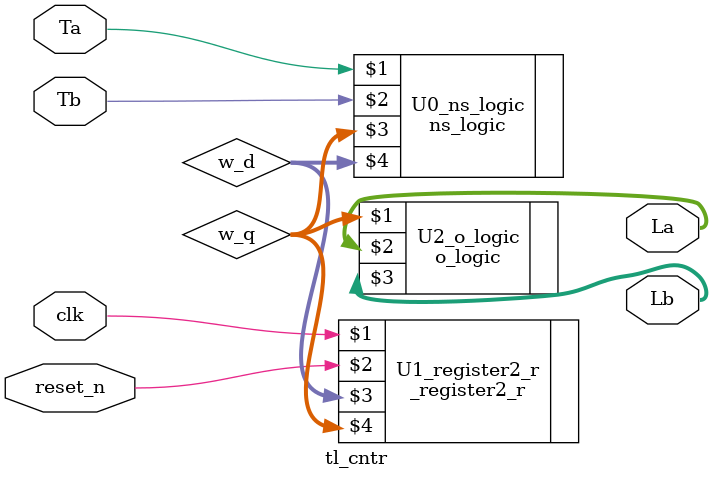
<source format=v>
module tl_cntr(clk, reset_n, Ta, Tb, La, Lb);
	input clk, reset_n, Ta, Tb;
	output[1:0] La, Lb;

	wire[1:0] w_d, w_q;

	ns_logic U0_ns_logic(Ta, Tb, w_q, w_d);

	_register2_r U1_register2_r(clk, reset_n, w_d, w_q);

	o_logic U2_o_logic(w_q, La, Lb);

endmodule

</source>
